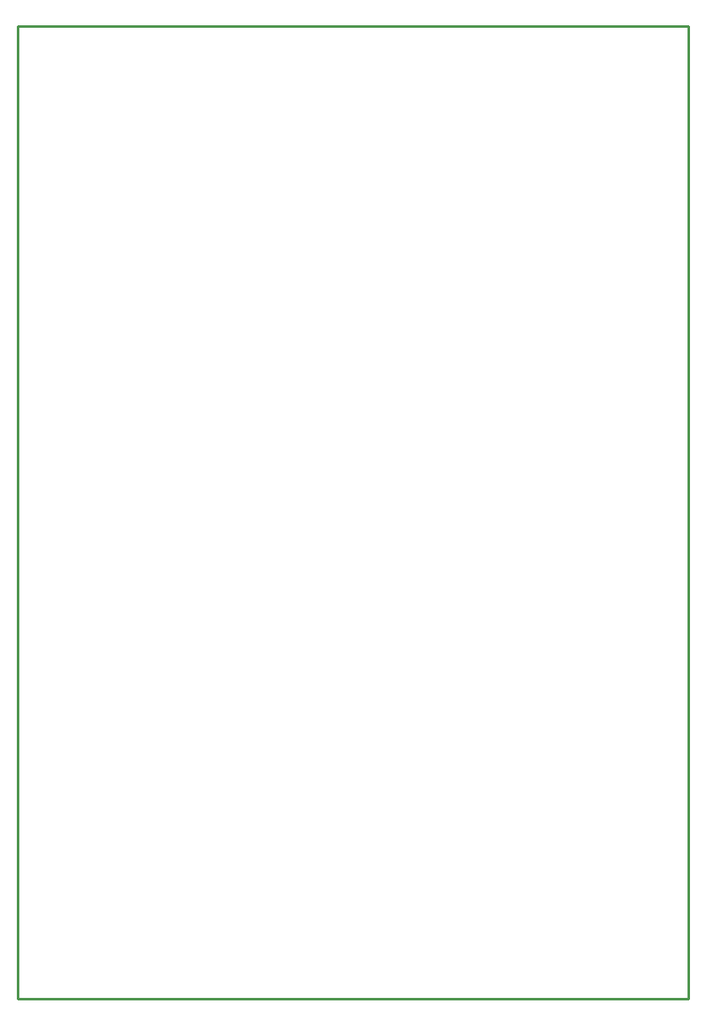
<source format=gbp>
G04*
G04 #@! TF.GenerationSoftware,Altium Limited,Altium Designer,22.0.2 (36)*
G04*
G04 Layer_Color=128*
%FSLAX25Y25*%
%MOIN*%
G70*
G04*
G04 #@! TF.SameCoordinates,67E39877-474A-4780-B11E-DC456855A8CC*
G04*
G04*
G04 #@! TF.FilePolarity,Positive*
G04*
G01*
G75*
%ADD14C,0.01000*%
D14*
X0Y0D02*
X265500D01*
X0Y385000D02*
X265500D01*
Y0D02*
Y385000D01*
X0Y0D02*
Y385000D01*
M02*

</source>
